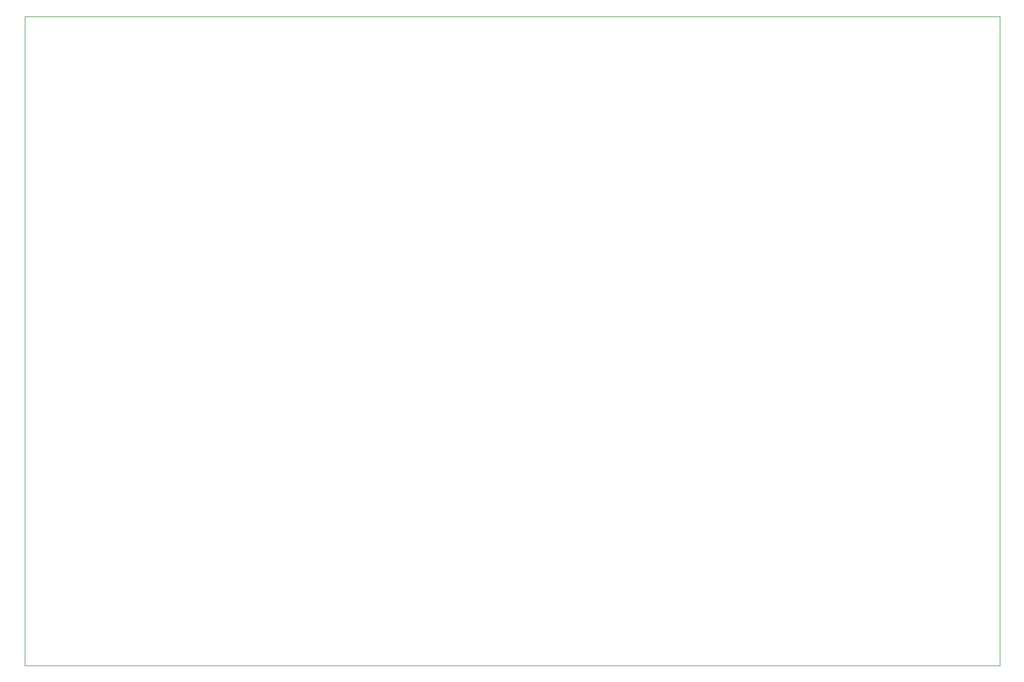
<source format=gbr>
G04 #@! TF.GenerationSoftware,KiCad,Pcbnew,7.0.9*
G04 #@! TF.CreationDate,2024-02-27T14:15:26+02:00*
G04 #@! TF.ProjectId,volthub7,766f6c74-6875-4623-972e-6b696361645f,rev?*
G04 #@! TF.SameCoordinates,Original*
G04 #@! TF.FileFunction,Profile,NP*
%FSLAX46Y46*%
G04 Gerber Fmt 4.6, Leading zero omitted, Abs format (unit mm)*
G04 Created by KiCad (PCBNEW 7.0.9) date 2024-02-27 14:15:26*
%MOMM*%
%LPD*%
G01*
G04 APERTURE LIST*
G04 #@! TA.AperFunction,Profile*
%ADD10C,0.100000*%
G04 #@! TD*
G04 APERTURE END LIST*
D10*
X23112262Y-120700000D02*
X23112262Y-20700000D01*
X23112262Y-20700000D02*
X173112262Y-20700000D01*
X173112262Y-20700000D02*
X173112262Y-120700000D01*
X173112262Y-120700000D02*
X23112262Y-120700000D01*
M02*

</source>
